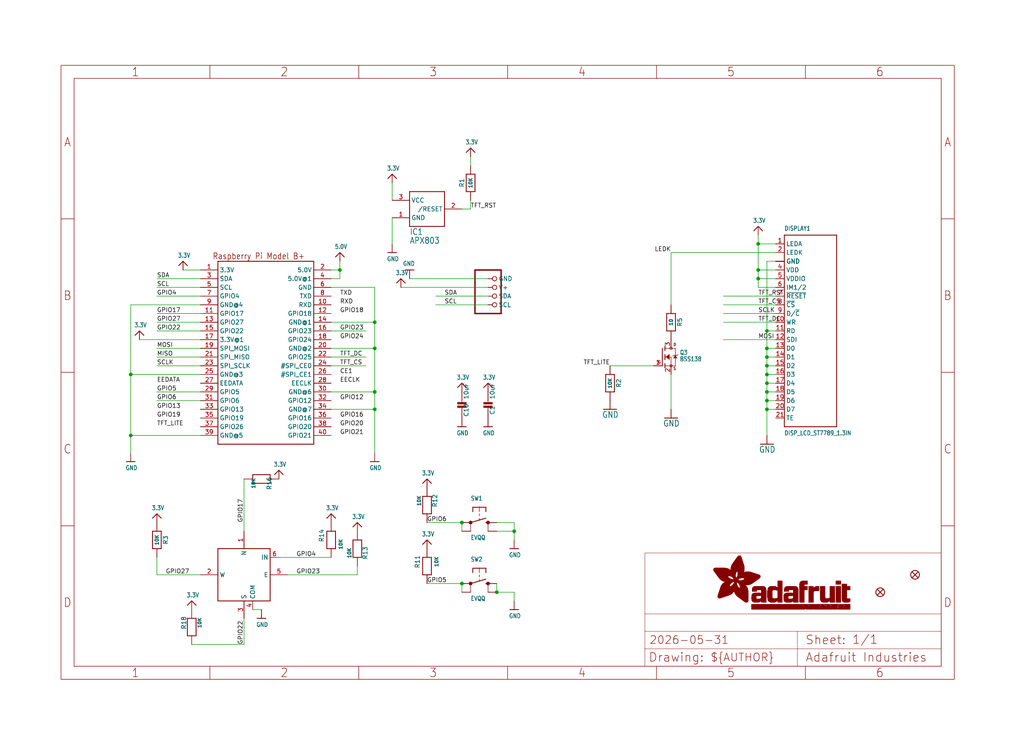
<source format=kicad_sch>
(kicad_sch (version 20230121) (generator eeschema)
  (paper "User" 298.45 217.322)
  (lib_symbols
    (symbol "working-eagle-import:3.3V" (power)
      (property "Value" "3.3V" (at -1.524 1.016 0))
      (symbol "3.3V_1_0"
        (pin power_in line (at 0 -2.54 90) (length 2.54) (name "3.3V") (number "1"))
      )
    )
    (symbol "working-eagle-import:5.0V" (power)
      (property "Value" "5.0V" (at -1.524 1.016 0))
      (symbol "5.0V_1_0"
        (pin power_in line (at 0 -2.54 90) (length 2.54) (name "5.0V") (number "1"))
      )
    )
    (symbol "working-eagle-import:AXP083-SAG"
      (property "Reference" "IC" (at -5.08 -7.62 0))
      (symbol "AXP083-SAG_1_0"
        (pin power_in line (at -10.16 -2.54 0) (length 5.08) (name "GND") (number "1"))
        (pin output line (at 10.16 0 180) (length 5.08) (name "/RESET") (number "2"))
        (pin power_in line (at -10.16 2.54 0) (length 5.08) (name "VCC") (number "3"))
      )
    )
    (symbol "working-eagle-import:CAP_CERAMIC0805-NOOUTLINE"
      (property "Reference" "C" (at -2.29 1.25 90))
      (symbol "CAP_CERAMIC0805-NOOUTLINE_1_0"
        (pin passive line (at 0 5.08 270) (length 2.54) (name "1") (number "1"))
        (pin passive line (at 0 -2.54 90) (length 2.54) (name "2") (number "2"))
      )
    )
    (symbol "working-eagle-import:DISP_LCD_ST7789_1.3IN"
      (property "Reference" "DISPLAY" (at -7.62 31.75 0))
      (symbol "DISP_LCD_ST7789_1.3IN_1_0"
        (pin input line (at -10.16 27.94 0) (length 2.54) (name "LEDA") (number "1"))
        (pin input line (at -10.16 5.08 0) (length 2.54) (name "WR") (number "10"))
        (pin input line (at -10.16 2.54 0) (length 2.54) (name "RD") (number "11"))
        (pin input line (at -10.16 0 0) (length 2.54) (name "SDI") (number "12"))
        (pin bidirectional line (at -10.16 -2.54 0) (length 2.54) (name "D0") (number "13"))
        (pin bidirectional line (at -10.16 -5.08 0) (length 2.54) (name "D1") (number "14"))
        (pin bidirectional line (at -10.16 -7.62 0) (length 2.54) (name "D2") (number "15"))
        (pin bidirectional line (at -10.16 -10.16 0) (length 2.54) (name "D3") (number "16"))
        (pin bidirectional line (at -10.16 -12.7 0) (length 2.54) (name "D4") (number "17"))
        (pin bidirectional line (at -10.16 -15.24 0) (length 2.54) (name "D5") (number "18"))
        (pin bidirectional line (at -10.16 -17.78 0) (length 2.54) (name "D6") (number "19"))
        (pin input line (at -10.16 25.4 0) (length 2.54) (name "LEDK") (number "2"))
        (pin bidirectional line (at -10.16 -20.32 0) (length 2.54) (name "D7") (number "20"))
        (pin output line (at -10.16 -22.86 0) (length 2.54) (name "TE") (number "21"))
        (pin power_in line (at -10.16 22.86 0) (length 2.54) (name "GND") (number "23"))
        (pin power_in line (at -10.16 22.86 0) (length 2.54) (name "GND") (number "24"))
        (pin power_in line (at -10.16 22.86 0) (length 2.54) (name "GND") (number "3"))
        (pin power_in line (at -10.16 20.32 0) (length 2.54) (name "VDD") (number "4"))
        (pin power_in line (at -10.16 17.78 0) (length 2.54) (name "VDDIO") (number "5"))
        (pin input line (at -10.16 15.24 0) (length 2.54) (name "IM1/2") (number "6"))
        (pin input line (at -10.16 12.7 0) (length 2.54) (name "~{RESET}") (number "7"))
        (pin input line (at -10.16 10.16 0) (length 2.54) (name "~{CS}") (number "8"))
        (pin input line (at -10.16 7.62 0) (length 2.54) (name "D/~{C}") (number "9"))
      )
    )
    (symbol "working-eagle-import:FIDUCIAL_1MM")
    (symbol "working-eagle-import:FRAME_A4_ADAFRUIT"
      (symbol "FRAME_A4_ADAFRUIT_1_0"
        (text "${#}/${##}" (at 230.505 10.16 0) (effects (font (size 2.54 2.54)) (justify left bottom)))
        (text "${AUTHOR}" (at 189.23 5.08 0) (effects (font (size 2.286 2.286)) (justify left bottom)))
        (text "${CURRENT_DATE}" (at 171.45 10.16 0) (effects (font (size 2.286 2.286)) (justify left bottom)))
        (text "${PROJECTNAME}" (at 171.45 15.24 0) (effects (font (size 2.54 2.54)) (justify left bottom)))
        (text "1" (at 21.6958 1.905 0) (effects (font (size 2.54 2.286))))
        (text "1" (at 21.6958 177.165 0) (effects (font (size 2.54 2.286))))
        (text "2" (at 65.0875 1.905 0) (effects (font (size 2.54 2.286))))
        (text "2" (at 65.0875 177.165 0) (effects (font (size 2.54 2.286))))
        (text "3" (at 108.4792 1.905 0) (effects (font (size 2.54 2.286))))
        (text "3" (at 108.4792 177.165 0) (effects (font (size 2.54 2.286))))
        (text "4" (at 151.8708 1.905 0) (effects (font (size 2.54 2.286))))
        (text "4" (at 151.8708 177.165 0) (effects (font (size 2.54 2.286))))
        (text "5" (at 195.2625 1.905 0) (effects (font (size 2.54 2.286))))
        (text "5" (at 195.2625 177.165 0) (effects (font (size 2.54 2.286))))
        (text "6" (at 238.6542 1.905 0) (effects (font (size 2.54 2.286))))
        (text "6" (at 238.6542 177.165 0) (effects (font (size 2.54 2.286))))
        (text "A" (at 1.905 156.6863 0) (effects (font (size 2.54 2.286))))
        (text "A" (at 258.445 156.6863 0) (effects (font (size 2.54 2.286))))
        (text "Adafruit Industries" (at 216.916 4.953 0) (effects (font (size 2.54 2.54)) (justify left bottom)))
        (text "B" (at 1.905 111.9188 0) (effects (font (size 2.54 2.286))))
        (text "B" (at 258.445 111.9188 0) (effects (font (size 2.54 2.286))))
        (text "C" (at 1.905 67.1513 0) (effects (font (size 2.54 2.286))))
        (text "C" (at 258.445 67.1513 0) (effects (font (size 2.54 2.286))))
        (text "D" (at 1.905 22.3838 0) (effects (font (size 2.54 2.286))))
        (text "D" (at 258.445 22.3838 0) (effects (font (size 2.54 2.286))))
        (text "Drawing:" (at 171.196 4.953 0) (effects (font (size 2.54 2.54)) (justify left bottom)))
        (text "Sheet:" (at 216.916 10.033 0) (effects (font (size 2.54 2.54)) (justify left bottom)))
      )
    )
    (symbol "working-eagle-import:GND" (power)
      (property "Value" "GND" (at -1.524 -2.54 0))
      (symbol "GND_1_0"
        (pin power_in line (at 0 2.54 270) (length 2.54) (name "GND") (number "1"))
      )
    )
    (symbol "working-eagle-import:MOSFET-NWIDE"
      (property "Reference" "Q" (at 5.08 0.635 0))
      (symbol "MOSFET-NWIDE_1_0"
        (text "D" (at 3.175 3.175 0) (effects (font (size 0.8128 0.6908)) (justify left bottom)))
        (text "G" (at -1.27 -1.905 0) (effects (font (size 0.8128 0.6908)) (justify left bottom)))
        (text "S" (at 3.175 -3.81 0) (effects (font (size 0.8128 0.6908)) (justify left bottom)))
        (pin bidirectional line (at -2.54 -2.54 0) (length 2.54) (name "G") (number "1"))
        (pin bidirectional line (at 2.54 -5.08 90) (length 2.54) (name "S") (number "2"))
        (pin bidirectional line (at 2.54 5.08 270) (length 2.54) (name "D") (number "3"))
      )
    )
    (symbol "working-eagle-import:NAVSWITCHSKQUABAUE010"
      (symbol "NAVSWITCHSKQUABAUE010_1_0"
        (pin bidirectional line (at 0 12.7 270) (length 5.08) (name "N") (number "1"))
        (pin bidirectional line (at -12.7 0 0) (length 5.08) (name "W") (number "2"))
        (pin bidirectional line (at 0 -12.7 90) (length 5.08) (name "S") (number "3"))
        (pin bidirectional line (at 2.54 -10.16 90) (length 2.54) (name "COM") (number "4"))
        (pin bidirectional line (at 12.7 0 180) (length 5.08) (name "E") (number "5"))
        (pin bidirectional line (at 10.16 5.08 180) (length 2.54) (name "IN") (number "6"))
      )
    )
    (symbol "working-eagle-import:RASPBERRYPI_BPLUS_BONNETSMT"
      (symbol "RASPBERRYPI_BPLUS_BONNETSMT_1_0"
        (text "Raspberry Pi Model B+" (at 12.7 25.4 0) (effects (font (size 1.778 1.5113)) (justify right top)))
        (pin power_in line (at -17.78 20.32 0) (length 5.08) (name "3.3V") (number "1"))
        (pin bidirectional line (at 20.32 10.16 180) (length 5.08) (name "RXD") (number "10"))
        (pin bidirectional line (at -17.78 7.62 0) (length 5.08) (name "GPIO17") (number "11"))
        (pin bidirectional line (at 20.32 7.62 180) (length 5.08) (name "GPIO18") (number "12"))
        (pin bidirectional line (at -17.78 5.08 0) (length 5.08) (name "GPIO27") (number "13"))
        (pin power_in line (at 20.32 5.08 180) (length 5.08) (name "GND@1") (number "14"))
        (pin bidirectional line (at -17.78 2.54 0) (length 5.08) (name "GPIO22") (number "15"))
        (pin bidirectional line (at 20.32 2.54 180) (length 5.08) (name "GPIO23") (number "16"))
        (pin power_in line (at -17.78 0 0) (length 5.08) (name "3.3V@1") (number "17"))
        (pin bidirectional line (at 20.32 0 180) (length 5.08) (name "GPIO24") (number "18"))
        (pin bidirectional line (at -17.78 -2.54 0) (length 5.08) (name "SPI_MOSI") (number "19"))
        (pin power_in line (at 20.32 20.32 180) (length 5.08) (name "5.0V") (number "2"))
        (pin power_in line (at 20.32 -2.54 180) (length 5.08) (name "GND@2") (number "20"))
        (pin bidirectional line (at -17.78 -5.08 0) (length 5.08) (name "SPI_MISO") (number "21"))
        (pin bidirectional line (at 20.32 -5.08 180) (length 5.08) (name "GPIO25") (number "22"))
        (pin bidirectional line (at -17.78 -7.62 0) (length 5.08) (name "SPI_SCLK") (number "23"))
        (pin bidirectional line (at 20.32 -7.62 180) (length 5.08) (name "#SPI_CE0") (number "24"))
        (pin power_in line (at -17.78 -10.16 0) (length 5.08) (name "GND@3") (number "25"))
        (pin bidirectional line (at 20.32 -10.16 180) (length 5.08) (name "#SPI_CE1") (number "26"))
        (pin bidirectional line (at -17.78 -12.7 0) (length 5.08) (name "EEDATA") (number "27"))
        (pin bidirectional line (at 20.32 -12.7 180) (length 5.08) (name "EECLK") (number "28"))
        (pin bidirectional line (at -17.78 -15.24 0) (length 5.08) (name "GPIO5") (number "29"))
        (pin bidirectional line (at -17.78 17.78 0) (length 5.08) (name "SDA") (number "3"))
        (pin power_in line (at 20.32 -15.24 180) (length 5.08) (name "GND@6") (number "30"))
        (pin bidirectional line (at -17.78 -17.78 0) (length 5.08) (name "GPIO6") (number "31"))
        (pin bidirectional line (at 20.32 -17.78 180) (length 5.08) (name "GPIO12") (number "32"))
        (pin bidirectional line (at -17.78 -20.32 0) (length 5.08) (name "GPIO13") (number "33"))
        (pin power_in line (at 20.32 -20.32 180) (length 5.08) (name "GND@7") (number "34"))
        (pin bidirectional line (at -17.78 -22.86 0) (length 5.08) (name "GPIO19") (number "35"))
        (pin bidirectional line (at 20.32 -22.86 180) (length 5.08) (name "GPIO16") (number "36"))
        (pin bidirectional line (at -17.78 -25.4 0) (length 5.08) (name "GPIO26") (number "37"))
        (pin bidirectional line (at 20.32 -25.4 180) (length 5.08) (name "GPIO20") (number "38"))
        (pin power_in line (at -17.78 -27.94 0) (length 5.08) (name "GND@5") (number "39"))
        (pin power_in line (at 20.32 17.78 180) (length 5.08) (name "5.0V@1") (number "4"))
        (pin bidirectional line (at 20.32 -27.94 180) (length 5.08) (name "GPIO21") (number "40"))
        (pin bidirectional line (at -17.78 15.24 0) (length 5.08) (name "SCL") (number "5"))
        (pin power_in line (at 20.32 15.24 180) (length 5.08) (name "GND") (number "6"))
        (pin bidirectional line (at -17.78 12.7 0) (length 5.08) (name "GPIO4") (number "7"))
        (pin bidirectional line (at 20.32 12.7 180) (length 5.08) (name "TXD") (number "8"))
        (pin power_in line (at -17.78 10.16 0) (length 5.08) (name "GND@4") (number "9"))
      )
    )
    (symbol "working-eagle-import:RESISTOR0805_NOOUTLINE"
      (property "Reference" "R" (at 0 2.54 0))
      (symbol "RESISTOR0805_NOOUTLINE_1_0"
        (pin passive line (at -5.08 0 0) (length 2.54) (name "1") (number "1"))
        (pin passive line (at 5.08 0 180) (length 2.54) (name "2") (number "2"))
      )
    )
    (symbol "working-eagle-import:RESISTOR_0603_NOOUT"
      (property "Reference" "R" (at 0 2.54 0))
      (symbol "RESISTOR_0603_NOOUT_1_0"
        (pin passive line (at -5.08 0 0) (length 2.54) (name "1") (number "1"))
        (pin passive line (at 5.08 0 180) (length 2.54) (name "2") (number "2"))
      )
    )
    (symbol "working-eagle-import:STEMMA_I2C_QT"
      (symbol "STEMMA_I2C_QT_1_0"
        (pin passive inverted (at 0 5.08 0) (length 2.54) (name "GND") (number "1"))
        (pin passive inverted (at 0 2.54 0) (length 2.54) (name "V+") (number "2"))
        (pin passive inverted (at 0 0 0) (length 2.54) (name "SDA") (number "3"))
        (pin passive inverted (at 0 -2.54 0) (length 2.54) (name "SCL") (number "4"))
      )
      (symbol "STEMMA_I2C_QT_2_0"
        (pin bidirectional line (at 0 0 0) (length 5.08) (name "MT") (number "MT1"))
      )
      (symbol "STEMMA_I2C_QT_3_0"
        (pin bidirectional line (at 0 0 0) (length 5.08) (name "MT") (number "MT2"))
      )
    )
    (symbol "working-eagle-import:SWITCH_TACT_SMT_6MM"
      (property "Reference" "SW" (at -2.54 6.35 0))
      (symbol "SWITCH_TACT_SMT_6MM_1_0"
        (pin passive line (at -5.08 0 0) (length 2.54) (name "P") (number "A"))
        (pin passive line (at -5.08 -2.54 0) (length 2.54) (name "P1") (number "A'"))
        (pin passive line (at 5.08 0 180) (length 2.54) (name "S") (number "B"))
        (pin passive line (at 5.08 -2.54 180) (length 2.54) (name "S1") (number "B'"))
      )
    )
    (symbol "working-eagle-import:SWITCH_TACT_SMT_6MMSMALL"
      (property "Reference" "SW" (at -2.54 6.35 0))
      (symbol "SWITCH_TACT_SMT_6MMSMALL_1_0"
        (pin passive line (at -5.08 0 0) (length 2.54) (name "P") (number "A"))
        (pin passive line (at -5.08 -2.54 0) (length 2.54) (name "P1") (number "A'"))
        (pin passive line (at 5.08 0 180) (length 2.54) (name "S") (number "B"))
        (pin passive line (at 5.08 -2.54 180) (length 2.54) (name "S1") (number "B'"))
      )
    )
    (symbol "working-eagle-import:supply1_GND" (power)
      (property "Value" "supply1_GND" (at -2.54 -2.54 0))
      (symbol "supply1_GND_1_0"
        (pin power_in line (at 0 2.54 270) (length 2.54) (name "GND") (number "1"))
      )
    )
  )
  (junction (at 144.78 172.72))
  (junction (at 38.1 127))
  (junction (at 223.52 119.38))
  (junction (at 223.52 114.3))
  (junction (at 223.52 106.68))
  (junction (at 223.52 116.84))
  (junction (at 109.22 93.98))
  (junction (at 134.62 170.18))
  (junction (at 223.52 104.14))
  (junction (at 149.86 154.94))
  (junction (at 109.22 114.3))
  (junction (at 109.22 101.6))
  (junction (at 223.52 101.6))
  (junction (at 109.22 119.38))
  (junction (at 99.06 78.74))
  (junction (at 220.98 81.28))
  (junction (at 223.52 96.52))
  (junction (at 223.52 111.76))
  (junction (at 223.52 109.22))
  (junction (at 220.98 71.12))
  (junction (at 38.1 109.22))
  (junction (at 134.62 152.4))
  (junction (at 220.98 78.74))
  (wire (pts (xy 226.06 96.52) (xy 223.52 96.52)) (stroke (width 0.1524)))
  (wire (pts (xy 109.22 114.3) (xy 109.22 119.38)) (stroke (width 0.1524)))
  (wire (pts (xy 96.52 78.74) (xy 99.06 78.74)) (stroke (width 0.1524)))
  (wire (pts (xy 223.52 106.68) (xy 226.06 106.68)) (stroke (width 0.1524)))
  (wire (pts (xy 114.3 58.42) (xy 114.3 53.34)) (stroke (width 0.1524)))
  (wire (pts (xy 58.42 99.06) (xy 40.64 99.06)) (stroke (width 0.1524)))
  (wire (pts (xy 137.16 60.96) (xy 137.16 58.42)) (stroke (width 0.1524)))
  (wire (pts (xy 223.52 109.22) (xy 223.52 111.76)) (stroke (width 0.1524)))
  (wire (pts (xy 45.72 116.84) (xy 58.42 116.84)) (stroke (width 0.1524)))
  (wire (pts (xy 109.22 83.82) (xy 109.22 93.98)) (stroke (width 0.1524)))
  (wire (pts (xy 109.22 101.6) (xy 109.22 114.3)) (stroke (width 0.1524)))
  (wire (pts (xy 144.78 152.4) (xy 149.86 152.4)) (stroke (width 0.1524)))
  (wire (pts (xy 83.82 167.64) (xy 104.14 167.64)) (stroke (width 0.1524)))
  (wire (pts (xy 81.28 162.56) (xy 96.52 162.56)) (stroke (width 0.1524)))
  (wire (pts (xy 223.52 96.52) (xy 223.52 101.6)) (stroke (width 0.1524)))
  (wire (pts (xy 210.82 93.98) (xy 226.06 93.98)) (stroke (width 0.1524)))
  (wire (pts (xy 45.72 86.36) (xy 58.42 86.36)) (stroke (width 0.1524)))
  (wire (pts (xy 55.88 187.96) (xy 71.12 187.96)) (stroke (width 0.1524)))
  (wire (pts (xy 58.42 78.74) (xy 53.34 78.74)) (stroke (width 0.1524)))
  (wire (pts (xy 76.2 177.8) (xy 73.66 177.8)) (stroke (width 0.1524)))
  (wire (pts (xy 220.98 81.28) (xy 220.98 78.74)) (stroke (width 0.1524)))
  (wire (pts (xy 223.52 101.6) (xy 223.52 104.14)) (stroke (width 0.1524)))
  (wire (pts (xy 137.16 48.26) (xy 137.16 45.72)) (stroke (width 0.1524)))
  (wire (pts (xy 96.52 114.3) (xy 109.22 114.3)) (stroke (width 0.1524)))
  (wire (pts (xy 96.52 83.82) (xy 109.22 83.82)) (stroke (width 0.1524)))
  (wire (pts (xy 226.06 91.44) (xy 210.82 91.44)) (stroke (width 0.1524)))
  (wire (pts (xy 58.42 88.9) (xy 38.1 88.9)) (stroke (width 0.1524)))
  (wire (pts (xy 220.98 81.28) (xy 220.98 83.82)) (stroke (width 0.1524)))
  (wire (pts (xy 226.06 71.12) (xy 220.98 71.12)) (stroke (width 0.1524)))
  (wire (pts (xy 144.78 154.94) (xy 149.86 154.94)) (stroke (width 0.1524)))
  (wire (pts (xy 226.06 81.28) (xy 220.98 81.28)) (stroke (width 0.1524)))
  (wire (pts (xy 96.52 81.28) (xy 99.06 81.28)) (stroke (width 0.1524)))
  (wire (pts (xy 109.22 93.98) (xy 109.22 101.6)) (stroke (width 0.1524)))
  (wire (pts (xy 223.52 116.84) (xy 226.06 116.84)) (stroke (width 0.1524)))
  (wire (pts (xy 190.5 106.68) (xy 177.8 106.68)) (stroke (width 0.1524)))
  (wire (pts (xy 144.78 172.72) (xy 149.86 172.72)) (stroke (width 0.1524)))
  (wire (pts (xy 226.06 86.36) (xy 210.82 86.36)) (stroke (width 0.1524)))
  (wire (pts (xy 58.42 101.6) (xy 45.72 101.6)) (stroke (width 0.1524)))
  (wire (pts (xy 45.72 104.14) (xy 58.42 104.14)) (stroke (width 0.1524)))
  (wire (pts (xy 210.82 99.06) (xy 226.06 99.06)) (stroke (width 0.1524)))
  (wire (pts (xy 58.42 106.68) (xy 45.72 106.68)) (stroke (width 0.1524)))
  (wire (pts (xy 58.42 81.28) (xy 45.72 81.28)) (stroke (width 0.1524)))
  (wire (pts (xy 71.12 139.7) (xy 71.12 154.94)) (stroke (width 0.1524)))
  (wire (pts (xy 58.42 83.82) (xy 45.72 83.82)) (stroke (width 0.1524)))
  (wire (pts (xy 223.52 116.84) (xy 223.52 119.38)) (stroke (width 0.1524)))
  (wire (pts (xy 127 86.36) (xy 142.24 86.36)) (stroke (width 0.1524)))
  (wire (pts (xy 223.52 114.3) (xy 226.06 114.3)) (stroke (width 0.1524)))
  (wire (pts (xy 142.24 81.28) (xy 119.38 81.28)) (stroke (width 0.1524)))
  (wire (pts (xy 223.52 101.6) (xy 226.06 101.6)) (stroke (width 0.1524)))
  (wire (pts (xy 223.52 111.76) (xy 226.06 111.76)) (stroke (width 0.1524)))
  (wire (pts (xy 96.52 96.52) (xy 106.68 96.52)) (stroke (width 0.1524)))
  (wire (pts (xy 223.52 119.38) (xy 226.06 119.38)) (stroke (width 0.1524)))
  (wire (pts (xy 195.58 88.9) (xy 195.58 73.66)) (stroke (width 0.1524)))
  (wire (pts (xy 99.06 81.28) (xy 99.06 78.74)) (stroke (width 0.1524)))
  (wire (pts (xy 142.24 83.82) (xy 116.84 83.82)) (stroke (width 0.1524)))
  (wire (pts (xy 220.98 78.74) (xy 220.98 71.12)) (stroke (width 0.1524)))
  (wire (pts (xy 223.52 76.2) (xy 223.52 96.52)) (stroke (width 0.1524)))
  (wire (pts (xy 149.86 172.72) (xy 149.86 175.26)) (stroke (width 0.1524)))
  (wire (pts (xy 109.22 119.38) (xy 109.22 132.08)) (stroke (width 0.1524)))
  (wire (pts (xy 134.62 170.18) (xy 134.62 172.72)) (stroke (width 0.1524)))
  (wire (pts (xy 134.62 152.4) (xy 124.46 152.4)) (stroke (width 0.1524)))
  (wire (pts (xy 71.12 180.34) (xy 71.12 187.96)) (stroke (width 0.1524)))
  (wire (pts (xy 58.42 127) (xy 38.1 127)) (stroke (width 0.1524)))
  (wire (pts (xy 38.1 88.9) (xy 38.1 109.22)) (stroke (width 0.1524)))
  (wire (pts (xy 38.1 109.22) (xy 38.1 127)) (stroke (width 0.1524)))
  (wire (pts (xy 45.72 162.56) (xy 45.72 167.64)) (stroke (width 0.1524)))
  (wire (pts (xy 220.98 71.12) (xy 220.98 68.58)) (stroke (width 0.1524)))
  (wire (pts (xy 58.42 91.44) (xy 45.72 91.44)) (stroke (width 0.1524)))
  (wire (pts (xy 226.06 73.66) (xy 195.58 73.66)) (stroke (width 0.1524)))
  (wire (pts (xy 45.72 93.98) (xy 58.42 93.98)) (stroke (width 0.1524)))
  (wire (pts (xy 226.06 76.2) (xy 223.52 76.2)) (stroke (width 0.1524)))
  (wire (pts (xy 96.52 104.14) (xy 106.68 104.14)) (stroke (width 0.1524)))
  (wire (pts (xy 96.52 119.38) (xy 109.22 119.38)) (stroke (width 0.1524)))
  (wire (pts (xy 38.1 127) (xy 38.1 132.08)) (stroke (width 0.1524)))
  (wire (pts (xy 99.06 78.74) (xy 99.06 76.2)) (stroke (width 0.1524)))
  (wire (pts (xy 149.86 152.4) (xy 149.86 154.94)) (stroke (width 0.1524)))
  (wire (pts (xy 223.52 119.38) (xy 223.52 127)) (stroke (width 0.1524)))
  (wire (pts (xy 58.42 167.64) (xy 45.72 167.64)) (stroke (width 0.1524)))
  (wire (pts (xy 127 88.9) (xy 142.24 88.9)) (stroke (width 0.1524)))
  (wire (pts (xy 96.52 93.98) (xy 109.22 93.98)) (stroke (width 0.1524)))
  (wire (pts (xy 223.52 104.14) (xy 226.06 104.14)) (stroke (width 0.1524)))
  (wire (pts (xy 134.62 152.4) (xy 134.62 154.94)) (stroke (width 0.1524)))
  (wire (pts (xy 226.06 83.82) (xy 220.98 83.82)) (stroke (width 0.1524)))
  (wire (pts (xy 96.52 101.6) (xy 109.22 101.6)) (stroke (width 0.1524)))
  (wire (pts (xy 223.52 106.68) (xy 223.52 109.22)) (stroke (width 0.1524)))
  (wire (pts (xy 134.62 170.18) (xy 124.46 170.18)) (stroke (width 0.1524)))
  (wire (pts (xy 58.42 114.3) (xy 45.72 114.3)) (stroke (width 0.1524)))
  (wire (pts (xy 223.52 109.22) (xy 226.06 109.22)) (stroke (width 0.1524)))
  (wire (pts (xy 223.52 111.76) (xy 223.52 114.3)) (stroke (width 0.1524)))
  (wire (pts (xy 58.42 96.52) (xy 45.72 96.52)) (stroke (width 0.1524)))
  (wire (pts (xy 106.68 106.68) (xy 96.52 106.68)) (stroke (width 0.1524)))
  (wire (pts (xy 223.52 104.14) (xy 223.52 106.68)) (stroke (width 0.1524)))
  (wire (pts (xy 104.14 167.64) (xy 104.14 165.1)) (stroke (width 0.1524)))
  (wire (pts (xy 195.58 119.38) (xy 195.58 109.22)) (stroke (width 0.1524)))
  (wire (pts (xy 226.06 78.74) (xy 220.98 78.74)) (stroke (width 0.1524)))
  (wire (pts (xy 149.86 154.94) (xy 149.86 157.48)) (stroke (width 0.1524)))
  (wire (pts (xy 114.3 63.5) (xy 114.3 71.12)) (stroke (width 0.1524)))
  (wire (pts (xy 210.82 88.9) (xy 226.06 88.9)) (stroke (width 0.1524)))
  (wire (pts (xy 223.52 114.3) (xy 223.52 116.84)) (stroke (width 0.1524)))
  (wire (pts (xy 144.78 170.18) (xy 144.78 172.72)) (stroke (width 0.1524)))
  (wire (pts (xy 134.62 60.96) (xy 137.16 60.96)) (stroke (width 0.1524)))
  (wire (pts (xy 58.42 109.22) (xy 38.1 109.22)) (stroke (width 0.1524)))
  (label "MISO" (at 45.72 104.14 0) (effects (font (size 1.2446 1.2446))))
  (label "GPIO22" (at 45.72 96.52 0) (effects (font (size 1.2446 1.2446))))
  (label "SCL" (at 45.72 83.82 0) (effects (font (size 1.2446 1.2446))))
  (label "GPIO6" (at 45.72 116.84 0) (effects (font (size 1.2446 1.2446))))
  (label "GPIO23" (at 99.06 96.52 0) (effects (font (size 1.2446 1.2446))))
  (label "SDA" (at 129.54 86.36 0) (effects (font (size 1.2446 1.2446))))
  (label "GPIO4" (at 86.36 162.56 0) (effects (font (size 1.2446 1.2446))))
  (label "LEDK" (at 195.58 73.66 180) (effects (font (size 1.2446 1.2446))))
  (label "GPIO16" (at 99.06 121.92 0) (effects (font (size 1.2446 1.2446))))
  (label "SDA" (at 45.72 81.28 0) (effects (font (size 1.2446 1.2446))))
  (label "SCLK" (at 45.72 106.68 0) (effects (font (size 1.2446 1.2446))))
  (label "MOSI" (at 45.72 101.6 0) (effects (font (size 1.2446 1.2446))))
  (label "MOSI" (at 220.98 99.06 0) (effects (font (size 1.2446 1.2446))))
  (label "TFT_LITE" (at 177.8 106.68 180) (effects (font (size 1.2446 1.2446))))
  (label "EEDATA" (at 45.72 111.76 0) (effects (font (size 1.2446 1.2446))))
  (label "GPIO20" (at 99.06 124.46 0) (effects (font (size 1.2446 1.2446))))
  (label "GPIO12" (at 99.06 116.84 0) (effects (font (size 1.2446 1.2446))))
  (label "GPIO23" (at 86.36 167.64 0) (effects (font (size 1.2446 1.2446))))
  (label "TFT_RST" (at 220.98 86.36 0) (effects (font (size 1.2446 1.2446))))
  (label "GPIO4" (at 45.72 86.36 0) (effects (font (size 1.2446 1.2446))))
  (label "TFT_DC" (at 99.06 104.14 0) (effects (font (size 1.2446 1.2446))))
  (label "GPIO13" (at 45.72 119.38 0) (effects (font (size 1.2446 1.2446))))
  (label "TFT_LITE" (at 45.72 124.46 0) (effects (font (size 1.2446 1.2446))))
  (label "TFT_CS" (at 99.06 106.68 0) (effects (font (size 1.2446 1.2446))))
  (label "EECLK" (at 99.06 111.76 0) (effects (font (size 1.2446 1.2446))))
  (label "GPIO5" (at 124.46 170.18 0) (effects (font (size 1.2446 1.2446))))
  (label "RXD" (at 99.06 88.9 0) (effects (font (size 1.2446 1.2446))))
  (label "GPIO22" (at 71.12 187.96 90) (effects (font (size 1.2446 1.2446))))
  (label "TFT_DC" (at 220.98 93.98 0) (effects (font (size 1.2446 1.2446))))
  (label "TXD" (at 99.06 86.36 0) (effects (font (size 1.2446 1.2446))))
  (label "GPIO24" (at 99.06 99.06 0) (effects (font (size 1.2446 1.2446))))
  (label "GPIO6" (at 124.46 152.4 0) (effects (font (size 1.2446 1.2446))))
  (label "GPIO21" (at 99.06 127 0) (effects (font (size 1.2446 1.2446))))
  (label "GPIO19" (at 45.72 121.92 0) (effects (font (size 1.2446 1.2446))))
  (label "GPIO27" (at 48.26 167.64 0) (effects (font (size 1.2446 1.2446))))
  (label "SCLK" (at 220.98 91.44 0) (effects (font (size 1.2446 1.2446))))
  (label "GPIO17" (at 71.12 152.4 90) (effects (font (size 1.2446 1.2446))))
  (label "GPIO5" (at 45.72 114.3 0) (effects (font (size 1.2446 1.2446))))
  (label "GPIO17" (at 45.72 91.44 0) (effects (font (size 1.2446 1.2446))))
  (label "TFT_CS" (at 220.98 88.9 0) (effects (font (size 1.2446 1.2446))))
  (label "SCL" (at 129.54 88.9 0) (effects (font (size 1.2446 1.2446))))
  (label "GPIO27" (at 45.72 93.98 0) (effects (font (size 1.2446 1.2446))))
  (label "TFT_RST" (at 137.16 60.96 0) (effects (font (size 1.2446 1.2446))))
  (label "CE1" (at 99.06 109.22 0) (effects (font (size 1.2446 1.2446))))
  (label "GPIO18" (at 99.06 91.44 0) (effects (font (size 1.2446 1.2446))))
  (symbol (lib_id "working-eagle-import:SWITCH_TACT_SMT_6MMSMALL") (at 139.7 170.18 0) (unit 1)
    (property "Reference" "SW2" (at 137.16 163.83 0) (effects (font (size 1.27 1.0795)) (justify left bottom)))
    (property "Value" "EVQQ" (at 137.16 175.26 0) (effects (font (size 1.27 1.0795)) (justify left bottom)))
    (property "Footprint" "working:6MM_SMT" (effects hide))
  )
  (symbol (lib_id "working-eagle-import:FRAME_A4_ADAFRUIT") (at 17.78 198.12 0) (unit 1)
    (property "Reference" "#U$1" (effects hide))
    (property "Value" "FRAME_A4_ADAFRUIT" (effects hide))
  )
  (symbol (lib_id "working-eagle-import:supply1_GND") (at 223.52 129.54 0) (mirror y) (unit 1)
    (property "Reference" "#GND1" (effects hide))
    (property "Value" "GND" (at 226.06 132.08 0) (effects (font (size 1.778 1.5113)) (justify left bottom)))
  )
  (symbol (lib_id "working-eagle-import:3.3V") (at 137.16 43.18 0) (unit 1)
    (property "Reference" "#U$12" (effects hide))
    (property "Value" "3.3V" (at 135.636 42.164 0) (effects (font (size 1.27 1.0795)) (justify left bottom)))
  )
  (symbol (lib_id "working-eagle-import:FIDUCIAL_1MM") (at 266.7 167.64 0) (unit 1)
    (property "Reference" "FID2" (effects hide))
    (property "Value" "FIDUCIAL_1MM" (effects hide))
    (property "Footprint" "working:FIDUCIAL_1MM" (effects hide))
  )
  (symbol (lib_id "working-eagle-import:NAVSWITCHSKQUABAUE010") (at 71.12 167.64 0) (unit 1)
    (property "Reference" "SW3" (effects hide))
    (property "Value" "NAVSWITCHSKQUABAUE010" (effects hide))
    (property "Footprint" "working:SKQUBAE010" (effects hide))
  )
  (symbol (lib_id "working-eagle-import:RESISTOR0805_NOOUTLINE") (at 76.2 139.7 180) (unit 1)
    (property "Reference" "R16" (at 78.49 140.95 90))
    (property "Value" "10K" (at 73.9 140.95 90) (effects (font (size 1.016 1.016) bold)))
    (property "Footprint" "working:0805-NO" (effects hide))
  )
  (symbol (lib_id "working-eagle-import:CAP_CERAMIC0805-NOOUTLINE") (at 142.24 116.84 180) (unit 1)
    (property "Reference" "C1" (at 143.49 119.63 90))
    (property "Value" "10uF" (at 143.49 114.06 90))
    (property "Footprint" "working:0805-NO" (effects hide))
  )
  (symbol (lib_id "working-eagle-import:GND") (at 109.22 134.62 0) (unit 1)
    (property "Reference" "#U$4" (effects hide))
    (property "Value" "GND" (at 107.696 137.16 0) (effects (font (size 1.27 1.0795)) (justify left bottom)))
  )
  (symbol (lib_id "working-eagle-import:5.0V") (at 99.06 73.66 0) (unit 1)
    (property "Reference" "#U$14" (effects hide))
    (property "Value" "5.0V" (at 97.536 72.644 0) (effects (font (size 1.27 1.0795)) (justify left bottom)))
  )
  (symbol (lib_id "working-eagle-import:RASPBERRYPI_BPLUS_BONNETSMT") (at 76.2 99.06 0) (unit 1)
    (property "Reference" "RPI1" (effects hide))
    (property "Value" "RASPBERRYPI_BPLUS_BONNETSMT" (effects hide))
    (property "Footprint" "working:PI_BONNET_SMT" (effects hide))
  )
  (symbol (lib_id "working-eagle-import:GND") (at 38.1 134.62 0) (unit 1)
    (property "Reference" "#U$8" (effects hide))
    (property "Value" "GND" (at 36.576 137.16 0) (effects (font (size 1.27 1.0795)) (justify left bottom)))
  )
  (symbol (lib_id "working-eagle-import:FIDUCIAL_1MM") (at 256.54 172.72 0) (unit 1)
    (property "Reference" "FID1" (effects hide))
    (property "Value" "FIDUCIAL_1MM" (effects hide))
    (property "Footprint" "working:FIDUCIAL_1MM" (effects hide))
  )
  (symbol (lib_id "working-eagle-import:3.3V") (at 142.24 111.76 0) (unit 1)
    (property "Reference" "#U$26" (effects hide))
    (property "Value" "3.3V" (at 140.716 110.744 0) (effects (font (size 1.27 1.0795)) (justify left bottom)))
  )
  (symbol (lib_id "working-eagle-import:DISP_LCD_ST7789_1.3IN") (at 236.22 99.06 0) (unit 1)
    (property "Reference" "DISPLAY1" (at 228.6 67.31 0) (effects (font (size 1.27 1.0795)) (justify left bottom)))
    (property "Value" "DISP_LCD_ST7789_1.3IN" (at 228.6 127 0) (effects (font (size 1.27 1.0795)) (justify left bottom)))
    (property "Footprint" "working:TFT_1.3IN_240X240_24P" (effects hide))
  )
  (symbol (lib_id "working-eagle-import:GND") (at 114.3 73.66 0) (unit 1)
    (property "Reference" "#U$9" (effects hide))
    (property "Value" "GND" (at 112.776 76.2 0) (effects (font (size 1.27 1.0795)) (justify left bottom)))
  )
  (symbol (lib_id "working-eagle-import:RESISTOR0805_NOOUTLINE") (at 55.88 182.88 270) (unit 1)
    (property "Reference" "R18" (at 53.59 181.63 0))
    (property "Value" "10K" (at 58.18 181.63 0) (effects (font (size 1.016 1.016) bold)))
    (property "Footprint" "working:0805-NO" (effects hide))
  )
  (symbol (lib_id "working-eagle-import:3.3V") (at 134.62 111.76 0) (unit 1)
    (property "Reference" "#U$22" (effects hide))
    (property "Value" "3.3V" (at 133.096 110.744 0) (effects (font (size 1.27 1.0795)) (justify left bottom)))
  )
  (symbol (lib_id "working-eagle-import:3.3V") (at 220.98 66.04 0) (unit 1)
    (property "Reference" "#U$6" (effects hide))
    (property "Value" "3.3V" (at 219.456 65.024 0) (effects (font (size 1.27 1.0795)) (justify left bottom)))
  )
  (symbol (lib_id "working-eagle-import:3.3V") (at 104.14 152.4 0) (unit 1)
    (property "Reference" "#U$11" (effects hide))
    (property "Value" "3.3V" (at 102.616 151.384 0) (effects (font (size 1.27 1.0795)) (justify left bottom)))
  )
  (symbol (lib_id "working-eagle-import:GND") (at 142.24 124.46 0) (unit 1)
    (property "Reference" "#U$27" (effects hide))
    (property "Value" "GND" (at 140.716 127 0) (effects (font (size 1.27 1.0795)) (justify left bottom)))
  )
  (symbol (lib_id "working-eagle-import:3.3V") (at 45.72 149.86 0) (unit 1)
    (property "Reference" "#U$20" (effects hide))
    (property "Value" "3.3V" (at 44.196 148.844 0) (effects (font (size 1.27 1.0795)) (justify left bottom)))
  )
  (symbol (lib_id "working-eagle-import:RESISTOR0805_NOOUTLINE") (at 124.46 147.32 90) (unit 1)
    (property "Reference" "R12" (at 126.75 146.03 0))
    (property "Value" "10K" (at 122.16 146.03 0) (effects (font (size 1.016 1.016) bold)))
    (property "Footprint" "working:0805-NO" (effects hide))
  )
  (symbol (lib_id "working-eagle-import:RESISTOR0805_NOOUTLINE") (at 45.72 157.48 90) (unit 1)
    (property "Reference" "R3" (at 48.26 157.48 0))
    (property "Value" "10K" (at 45.72 157.48 0) (effects (font (size 1.016 1.016) bold)))
    (property "Footprint" "working:0805-NO" (effects hide))
  )
  (symbol (lib_id "working-eagle-import:RESISTOR0805_NOOUTLINE") (at 124.46 165.1 90) (unit 1)
    (property "Reference" "R11" (at 121.67 163.81 0))
    (property "Value" "10K" (at 127.24 163.81 0) (effects (font (size 1.016 1.016) bold)))
    (property "Footprint" "working:0805-NO" (effects hide))
  )
  (symbol (lib_id "working-eagle-import:GND") (at 149.86 177.8 0) (unit 1)
    (property "Reference" "#U$15" (effects hide))
    (property "Value" "GND" (at 148.336 180.34 0) (effects (font (size 1.27 1.0795)) (justify left bottom)))
  )
  (symbol (lib_id "working-eagle-import:SWITCH_TACT_SMT_6MM") (at 139.7 152.4 0) (unit 1)
    (property "Reference" "SW1" (at 137.16 146.05 0) (effects (font (size 1.27 1.0795)) (justify left bottom)))
    (property "Value" "EVQQ" (at 137.16 157.48 0) (effects (font (size 1.27 1.0795)) (justify left bottom)))
    (property "Footprint" "working:6MMX6MM_TACTILE_SMT" (effects hide))
  )
  (symbol (lib_id "working-eagle-import:RESISTOR0805_NOOUTLINE") (at 137.16 53.34 90) (unit 1)
    (property "Reference" "R1" (at 134.62 53.34 0))
    (property "Value" "10K" (at 137.16 53.34 0) (effects (font (size 1.016 1.016) bold)))
    (property "Footprint" "working:0805-NO" (effects hide))
  )
  (symbol (lib_id "working-eagle-import:3.3V") (at 116.84 81.28 0) (unit 1)
    (property "Reference" "#U$24" (effects hide))
    (property "Value" "3.3V" (at 115.316 80.264 0) (effects (font (size 1.27 1.0795)) (justify left bottom)))
  )
  (symbol (lib_id "working-eagle-import:STEMMA_I2C_QT") (at 142.24 86.36 0) (unit 1)
    (property "Reference" "CONN1" (effects hide))
    (property "Value" "STEMMA_I2C_QT" (effects hide))
    (property "Footprint" "working:JST_SH4" (effects hide))
  )
  (symbol (lib_id "working-eagle-import:3.3V") (at 53.34 76.2 0) (unit 1)
    (property "Reference" "#U$3" (effects hide))
    (property "Value" "3.3V" (at 51.816 75.184 0) (effects (font (size 1.27 1.0795)) (justify left bottom)))
  )
  (symbol (lib_id "working-eagle-import:CAP_CERAMIC0805-NOOUTLINE") (at 134.62 116.84 180) (unit 1)
    (property "Reference" "C10" (at 135.87 119.63 90))
    (property "Value" "10uF" (at 135.87 114.06 90))
    (property "Footprint" "working:0805-NO" (effects hide))
  )
  (symbol (lib_id "working-eagle-import:3.3V") (at 124.46 139.7 0) (unit 1)
    (property "Reference" "#U$5" (effects hide))
    (property "Value" "3.3V" (at 122.936 138.684 0) (effects (font (size 1.27 1.0795)) (justify left bottom)))
  )
  (symbol (lib_id "working-eagle-import:3.3V") (at 55.88 175.26 0) (unit 1)
    (property "Reference" "#U$21" (effects hide))
    (property "Value" "3.3V" (at 54.356 174.244 0) (effects (font (size 1.27 1.0795)) (justify left bottom)))
  )
  (symbol (lib_id "working-eagle-import:MOSFET-NWIDE") (at 193.04 104.14 0) (unit 1)
    (property "Reference" "Q3" (at 198.12 103.505 0) (effects (font (size 1.27 1.0795)) (justify left bottom)))
    (property "Value" "BSS138" (at 198.12 105.41 0) (effects (font (size 1.27 1.0795)) (justify left bottom)))
    (property "Footprint" "working:SOT23-WIDE" (effects hide))
  )
  (symbol (lib_id "working-eagle-import:3.3V") (at 96.52 149.86 0) (unit 1)
    (property "Reference" "#U$10" (effects hide))
    (property "Value" "3.3V" (at 94.996 148.844 0) (effects (font (size 1.27 1.0795)) (justify left bottom)))
  )
  (symbol (lib_id "working-eagle-import:RESISTOR0805_NOOUTLINE") (at 104.14 160.02 90) (unit 1)
    (property "Reference" "R13" (at 106.43 161.27 0))
    (property "Value" "10K" (at 101.84 161.27 0) (effects (font (size 1.016 1.016) bold)))
    (property "Footprint" "working:0805-NO" (effects hide))
  )
  (symbol (lib_id "working-eagle-import:GND") (at 119.38 78.74 180) (unit 1)
    (property "Reference" "#U$25" (effects hide))
    (property "Value" "GND" (at 120.904 76.2 0) (effects (font (size 1.27 1.0795)) (justify left bottom)))
  )
  (symbol (lib_id "working-eagle-import:3.3V") (at 124.46 157.48 0) (unit 1)
    (property "Reference" "#U$18" (effects hide))
    (property "Value" "3.3V" (at 122.936 156.464 0) (effects (font (size 1.27 1.0795)) (justify left bottom)))
  )
  (symbol (lib_id "working-eagle-import:3.3V") (at 40.64 96.52 0) (unit 1)
    (property "Reference" "#U$13" (effects hide))
    (property "Value" "3.3V" (at 39.116 95.504 0) (effects (font (size 1.27 1.0795)) (justify left bottom)))
  )
  (symbol (lib_id "working-eagle-import:RESISTOR_0603_NOOUT") (at 177.8 111.76 270) (mirror x) (unit 1)
    (property "Reference" "R2" (at 180.34 111.76 0))
    (property "Value" "10K" (at 177.8 111.76 0) (effects (font (size 1.016 1.016) bold)))
    (property "Footprint" "working:0603-NO" (effects hide))
  )
  (symbol (lib_id "working-eagle-import:RESISTOR0805_NOOUTLINE") (at 96.52 157.48 90) (unit 1)
    (property "Reference" "R14" (at 93.73 156.19 0))
    (property "Value" "10K" (at 99.3 158.73 0) (effects (font (size 1.016 1.016) bold)))
    (property "Footprint" "working:0805-NO" (effects hide))
  )
  (symbol (lib_id "working-eagle-import:3.3V") (at 114.3 50.8 0) (unit 1)
    (property "Reference" "#U$7" (effects hide))
    (property "Value" "3.3V" (at 112.776 49.784 0) (effects (font (size 1.27 1.0795)) (justify left bottom)))
  )
  (symbol (lib_id "working-eagle-import:supply1_GND") (at 195.58 121.92 0) (mirror y) (unit 1)
    (property "Reference" "#GND5" (effects hide))
    (property "Value" "GND" (at 198.12 124.46 0) (effects (font (size 1.778 1.5113)) (justify left bottom)))
  )
  (symbol (lib_id "working-eagle-import:GND") (at 149.86 160.02 0) (unit 1)
    (property "Reference" "#U$16" (effects hide))
    (property "Value" "GND" (at 148.336 162.56 0) (effects (font (size 1.27 1.0795)) (justify left bottom)))
  )
  (symbol (lib_id "working-eagle-import:supply1_GND") (at 177.8 119.38 0) (mirror y) (unit 1)
    (property "Reference" "#GND2" (effects hide))
    (property "Value" "GND" (at 180.34 121.92 0) (effects (font (size 1.778 1.5113)) (justify left bottom)))
  )
  (symbol (lib_id "working-eagle-import:GND") (at 134.62 124.46 0) (unit 1)
    (property "Reference" "#U$23" (effects hide))
    (property "Value" "GND" (at 133.096 127 0) (effects (font (size 1.27 1.0795)) (justify left bottom)))
  )
  (symbol (lib_id "working-eagle-import:3.3V") (at 81.28 137.16 0) (unit 1)
    (property "Reference" "#U$19" (effects hide))
    (property "Value" "3.3V" (at 79.756 136.144 0) (effects (font (size 1.27 1.0795)) (justify left bottom)))
  )
  (symbol (lib_id "working-eagle-import:RESISTOR_0603_NOOUT") (at 195.58 93.98 270) (mirror x) (unit 1)
    (property "Reference" "R5" (at 198.12 93.98 0))
    (property "Value" "10" (at 195.58 93.98 0) (effects (font (size 1.016 1.016) bold)))
    (property "Footprint" "working:0603-NO" (effects hide))
  )
  (symbol (lib_id "working-eagle-import:GND") (at 76.2 180.34 0) (unit 1)
    (property "Reference" "#U$17" (effects hide))
    (property "Value" "GND" (at 74.676 182.88 0) (effects (font (size 1.27 1.0795)) (justify left bottom)))
  )
  (symbol (lib_id "working-eagle-import:AXP083-SAG") (at 124.46 60.96 0) (unit 1)
    (property "Reference" "IC1" (at 119.38 68.58 0) (effects (font (size 1.778 1.5113)) (justify left bottom)))
    (property "Value" "APX803" (at 119.38 71.12 0) (effects (font (size 1.778 1.5113)) (justify left bottom)))
    (property "Footprint" "working:SOT23" (effects hide))
  )
)
</source>
